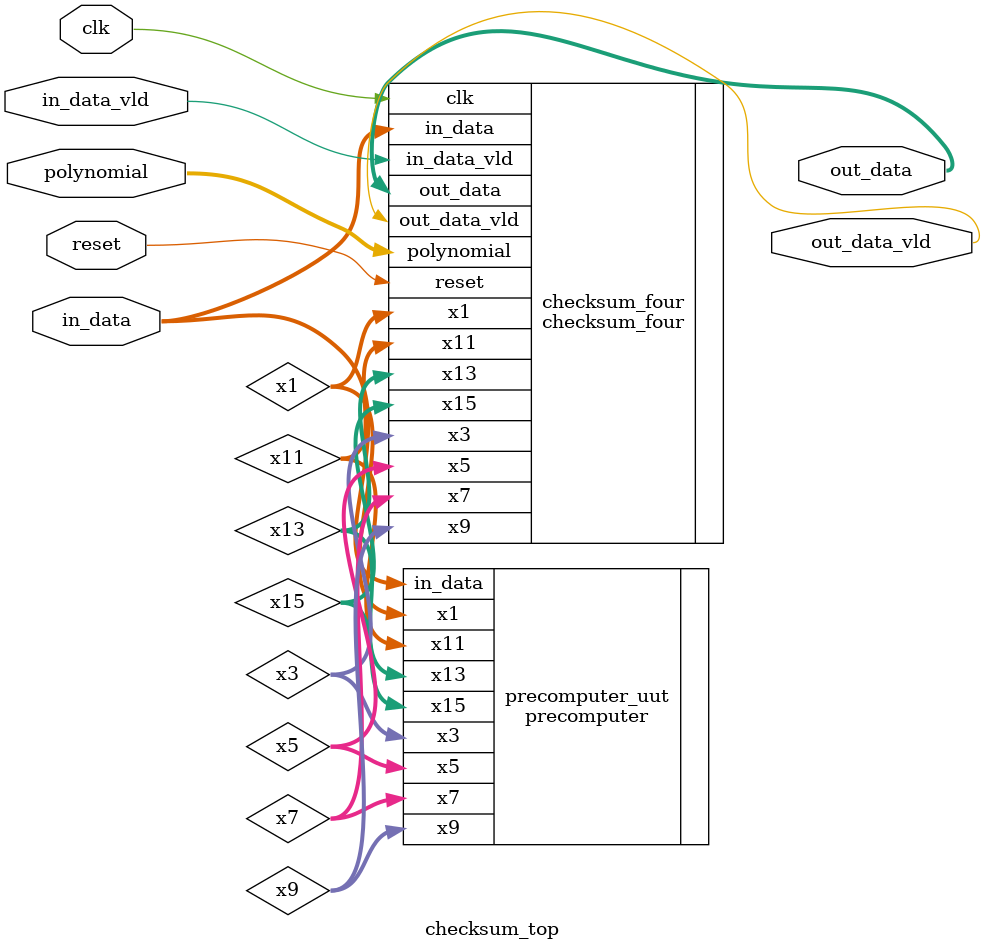
<source format=v>
module checksum_top 
#(
parameter IN_DATA_WIDTH = 17,
parameter SUM_WIDTH = 34 ,
parameter POLY_WIDTH = 17
)
(
input clk ,
input reset ,
input in_data_vld ,
input [IN_DATA_WIDTH-1:0] in_data ,
input [POLY_WIDTH-1:0] polynomial ,
output  [SUM_WIDTH-1:0] out_data ,
output  out_data_vld
);

localparam OUT_DATA_WIDTH = 21 ;

reg [SUM_WIDTH-1:0] out_data_pre_cal; 

wire [OUT_DATA_WIDTH-1:0] x1 ;
wire [OUT_DATA_WIDTH-1:0] x3 ;
wire [OUT_DATA_WIDTH-1:0] x5 ;
wire [OUT_DATA_WIDTH-1:0] x7 ;
wire [OUT_DATA_WIDTH-1:0] x9 ;
wire [OUT_DATA_WIDTH-1:0] x11 ;
wire [OUT_DATA_WIDTH-1:0] x13 ;
wire [OUT_DATA_WIDTH-1:0] x15 ;


checksum_four checksum_four (
.clk         (clk         ),
.reset       (reset       ),
.in_data_vld (in_data_vld ),
.in_data     (in_data     ),
.polynomial  (polynomial  ),
.x1          (x1          ),
.x3          (x3          ),
.x5          (x5          ),
.x7          (x7          ),
.x9          (x9          ),
.x11         (x11         ),
.x13         (x13         ),
.x15         (x15         ),
.out_data    (out_data    ),
.out_data_vld(out_data_vld)
);


precomputer precomputer_uut (
.in_data  (in_data),
.x1(x1), 
.x3(x3), 
.x5(x5), 
.x7(x7), 
.x9(x9), 
.x11(x11), 
.x13(x13), 
.x15(x15)
);


endmodule

</source>
